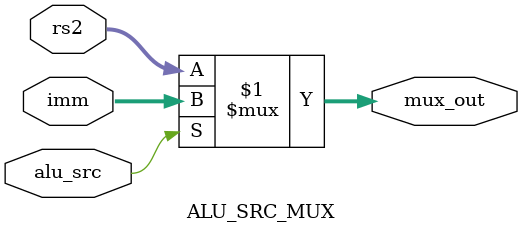
<source format=v>
module ALU_SRC_MUX (
    input  wire [31:0] rs2,
    input  wire [31:0] imm,
    input  wire        alu_src,
    output wire [31:0] mux_out
);

assign mux_out = (alu_src) ? imm : rs2;

endmodule

</source>
